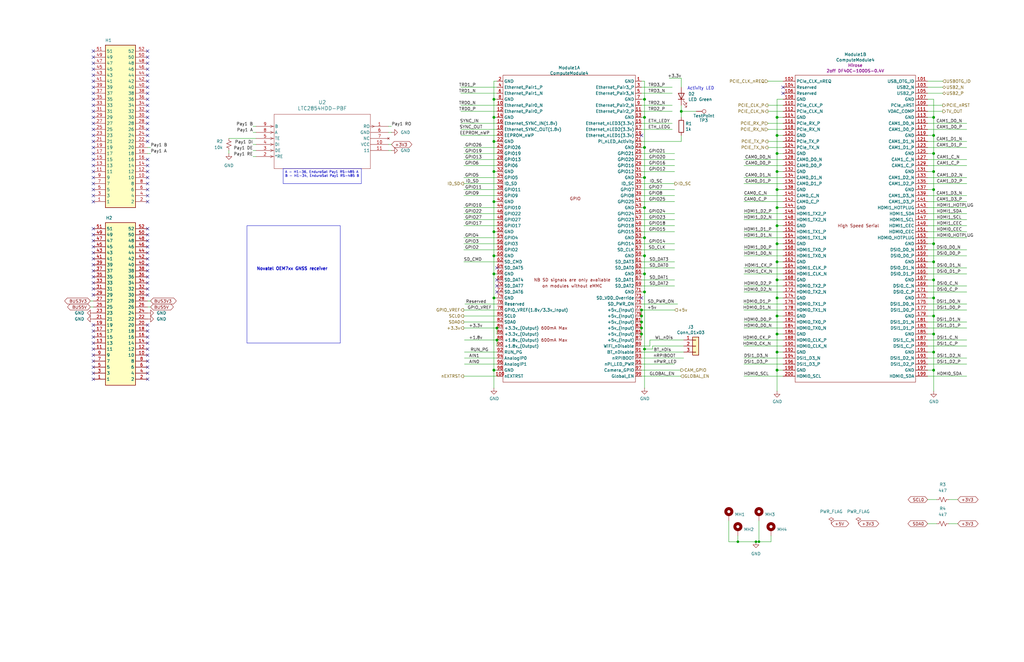
<source format=kicad_sch>
(kicad_sch (version 20250114) (generator "eeschema") (generator_version "9.0")
  (paper "USLedger")
  (title_block (title "HEDGE2 Avionics") (date "2025-06-27") (rev "V0.8") (company "University of Virginia") (comment 1 "Department of Mechanical and Aerospace Engineering"))
  (rectangle (start 104.14 95.25) (end 143.51 144.78))
  (text "Novatel OEM7xx GNSS receiver" (at 123.19 113.538 0) (effects (font (size 1.27 1.27) (thickness 0.254) (bold yes))))
  (text "Activity LED" (at 289.814 38.1 0) (effects (font (size 1.27 1.27)) (justify left bottom)))
  (text_box "A - H1-36, EnduroSat Pay1 RS-485 A\nB - H1-34, EnduroSat Pay1 RS-485 B" (at 119.38 71.12 0) (size 33.02 6.35) (margins 0.762 0.762 0.762 0.762) (effects (font (size 1.016 1.016)) (justify left top)))
  (junction (at 209.55 138.43) (diameter 1.016))
  (junction (at 393.7 140.97) (diameter 1.016))
  (junction (at 393.7 148.59) (diameter 1.016))
  (junction (at 270.51 138.43) (diameter 1.016))
  (junction (at 327.66 118.11) (diameter 1.016))
  (junction (at 271.78 123.19) (diameter 1.016))
  (junction (at 271.78 49.53) (diameter 1.016))
  (junction (at 320.04 228.6))
  (junction (at 393.7 102.87) (diameter 1.016))
  (junction (at 271.78 87.63) (diameter 1.016))
  (junction (at 327.66 148.59) (diameter 1.016))
  (junction (at 327.66 125.73) (diameter 1.016))
  (junction (at 208.28 115.57) (diameter 1.016))
  (junction (at 393.7 64.77) (diameter 1.016))
  (junction (at 271.78 41.91) (diameter 1.016))
  (junction (at 208.28 107.95) (diameter 1.016))
  (junction (at 393.7 80.01) (diameter 1.016))
  (junction (at 327.66 57.15) (diameter 1.016))
  (junction (at 327.66 64.77) (diameter 1.016))
  (junction (at 393.7 118.11) (diameter 1.016))
  (junction (at 209.55 143.51) (diameter 1.016))
  (junction (at 270.51 133.35) (diameter 1.016))
  (junction (at 271.78 62.23) (diameter 1.016))
  (junction (at 327.66 72.39) (diameter 1.016))
  (junction (at 271.78 147.32) (diameter 1.016))
  (junction (at 327.66 133.35) (diameter 1.016))
  (junction (at 208.28 85.09) (diameter 1.016))
  (junction (at 311.15 228.6))
  (junction (at 270.51 140.97) (diameter 1.016))
  (junction (at 208.28 97.79) (diameter 1.016))
  (junction (at 393.7 110.49) (diameter 1.016))
  (junction (at 271.78 74.93) (diameter 1.016))
  (junction (at 287.274 46.99) (diameter 1.016))
  (junction (at 327.66 156.21) (diameter 1.016))
  (junction (at 393.7 156.21) (diameter 1.016))
  (junction (at 327.66 49.53) (diameter 1.016))
  (junction (at 327.66 95.25) (diameter 1.016))
  (junction (at 208.28 49.53) (diameter 1.016))
  (junction (at 318.77 228.6))
  (junction (at 393.7 72.39) (diameter 1.016))
  (junction (at 208.28 41.91) (diameter 1.016))
  (junction (at 270.51 130.81) (diameter 1.016))
  (junction (at 327.66 80.01) (diameter 1.016))
  (junction (at 393.7 133.35) (diameter 1.016))
  (junction (at 327.66 140.97) (diameter 1.016))
  (junction (at 208.28 72.39) (diameter 1.016))
  (junction (at 393.7 49.53) (diameter 1.016))
  (junction (at 393.7 57.15) (diameter 1.016))
  (junction (at 393.7 125.73) (diameter 1.016))
  (junction (at 327.66 110.49) (diameter 1.016))
  (junction (at 327.66 102.87) (diameter 1.016))
  (junction (at 208.28 156.21) (diameter 1.016))
  (junction (at 327.66 87.63) (diameter 1.016))
  (junction (at 271.78 107.95) (diameter 1.016))
  (junction (at 271.78 115.57) (diameter 1.016))
  (junction (at 271.78 100.33) (diameter 1.016))
  (junction (at 208.28 125.73) (diameter 1.016))
  (junction (at 270.51 135.89) (diameter 1.016))
  (junction (at 208.28 59.69) (diameter 1.016))
  (no_connect (at 62.23 72.39))
  (no_connect (at 39.37 149.86))
  (no_connect (at 62.23 80.01))
  (no_connect (at 62.23 154.94))
  (no_connect (at 62.23 67.31))
  (no_connect (at 39.37 144.78))
  (no_connect (at 39.37 62.23))
  (no_connect (at 39.37 26.67))
  (no_connect (at 270.51 125.73))
  (no_connect (at 39.37 109.22))
  (no_connect (at 62.23 46.99))
  (no_connect (at 39.37 49.53))
  (no_connect (at 39.37 64.77))
  (no_connect (at 39.37 77.47))
  (no_connect (at 62.23 96.52))
  (no_connect (at 39.37 80.01))
  (no_connect (at 62.23 77.47))
  (no_connect (at 39.37 104.14))
  (no_connect (at 62.23 111.76))
  (no_connect (at 62.23 31.75))
  (no_connect (at 62.23 142.24))
  (no_connect (at 39.37 137.16))
  (no_connect (at 39.37 114.3))
  (no_connect (at 39.37 46.99))
  (no_connect (at 62.23 29.21))
  (no_connect (at 62.23 119.38))
  (no_connect (at 270.51 57.15))
  (no_connect (at 39.37 147.32))
  (no_connect (at 39.37 39.37))
  (no_connect (at 39.37 96.52))
  (no_connect (at 62.23 147.32))
  (no_connect (at 39.37 44.45))
  (no_connect (at 39.37 69.85))
  (no_connect (at 62.23 139.7))
  (no_connect (at 209.55 118.11))
  (no_connect (at 62.23 82.55))
  (no_connect (at 39.37 101.6))
  (no_connect (at 330.2 39.37))
  (no_connect (at 62.23 41.91))
  (no_connect (at 39.37 85.09))
  (no_connect (at 62.23 160.02))
  (no_connect (at 209.55 123.19))
  (no_connect (at 39.37 160.02))
  (no_connect (at 39.37 29.21))
  (no_connect (at 62.23 152.4))
  (no_connect (at 39.37 154.94))
  (no_connect (at 39.37 52.07))
  (no_connect (at 39.37 54.61))
  (no_connect (at 39.37 67.31))
  (no_connect (at 39.37 139.7))
  (no_connect (at 62.23 39.37))
  (no_connect (at 62.23 114.3))
  (no_connect (at 39.37 157.48))
  (no_connect (at 62.23 116.84))
  (no_connect (at 62.23 26.67))
  (no_connect (at 39.37 82.55))
  (no_connect (at 62.23 59.69))
  (no_connect (at 62.23 124.46))
  (no_connect (at 39.37 72.39))
  (no_connect (at 62.23 34.29))
  (no_connect (at 39.37 111.76))
  (no_connect (at 62.23 101.6))
  (no_connect (at 62.23 157.48))
  (no_connect (at 62.23 144.78))
  (no_connect (at 330.2 36.83))
  (no_connect (at 62.23 57.15))
  (no_connect (at 39.37 119.38))
  (no_connect (at 62.23 121.92))
  (no_connect (at 39.37 152.4))
  (no_connect (at 62.23 149.86))
  (no_connect (at 62.23 104.14))
  (no_connect (at 62.23 49.53))
  (no_connect (at 39.37 116.84))
  (no_connect (at 209.55 120.65))
  (no_connect (at 62.23 21.59))
  (no_connect (at 39.37 24.13))
  (no_connect (at 62.23 54.61))
  (no_connect (at 62.23 24.13))
  (no_connect (at 39.37 59.69))
  (no_connect (at 39.37 31.75))
  (no_connect (at 62.23 109.22))
  (no_connect (at 39.37 57.15))
  (no_connect (at 62.23 74.93))
  (no_connect (at 39.37 121.92))
  (no_connect (at 62.23 44.45))
  (no_connect (at 62.23 69.85))
  (no_connect (at 62.23 137.16))
  (no_connect (at 39.37 21.59))
  (no_connect (at 209.55 113.03))
  (no_connect (at 39.37 34.29))
  (no_connect (at 39.37 142.24))
  (no_connect (at 39.37 124.46))
  (no_connect (at 62.23 99.06))
  (no_connect (at 62.23 85.09))
  (no_connect (at 62.23 36.83))
  (no_connect (at 62.23 52.07))
  (no_connect (at 39.37 99.06))
  (no_connect (at 39.37 36.83))
  (no_connect (at 62.23 106.68))
  (no_connect (at 39.37 41.91))
  (no_connect (at 39.37 74.93))
  (no_connect (at 39.37 106.68))
  (wire (pts (xy 270.51 74.93) (xy 271.78 74.93)))
  (wire (pts (xy 313.69 100.33) (xy 330.2 100.33)))
  (wire (pts (xy 195.58 67.31) (xy 209.55 67.31)))
  (wire (pts (xy 330.2 130.81) (xy 313.69 130.81)))
  (wire (pts (xy 208.28 59.69) (xy 209.55 59.69)))
  (wire (pts (xy 195.834 148.59) (xy 209.55 148.59)))
  (wire (pts (xy 313.69 90.17) (xy 330.2 90.17)))
  (wire (pts (xy 327.66 156.21) (xy 327.66 165.1)))
  (wire (pts (xy 400.05 220.98) (xy 403.86 220.98)))
  (wire (pts (xy 407.67 59.69) (xy 391.16 59.69)))
  (wire (pts (xy 323.85 44.45) (xy 330.2 44.45)))
  (wire (pts (xy 330.2 156.21) (xy 327.66 156.21)))
  (wire (pts (xy 391.16 92.71) (xy 407.67 92.71)))
  (wire (pts (xy 194.31 46.99) (xy 209.55 46.99)))
  (wire (pts (xy 208.28 107.95) (xy 208.28 115.57)))
  (wire (pts (xy 313.69 120.65) (xy 330.2 120.65)))
  (wire (pts (xy 271.78 87.63) (xy 271.78 100.33)))
  (wire (pts (xy 327.66 118.11) (xy 330.2 118.11)))
  (wire (pts (xy 270.51 140.97) (xy 270.51 143.51)))
  (wire (pts (xy 391.16 113.03) (xy 407.67 113.03)))
  (wire (pts (xy 208.28 85.09) (xy 208.28 97.79)))
  (wire (pts (xy 208.28 34.29) (xy 208.28 41.91)))
  (wire (pts (xy 407.67 85.09) (xy 391.16 85.09)))
  (wire (pts (xy 271.78 62.23) (xy 271.78 74.93)))
  (wire (pts (xy 391.16 46.99) (xy 397.51 46.99)))
  (wire (pts (xy 307.34 219.71) (xy 307.34 228.6)))
  (wire (pts (xy 270.51 72.39) (xy 284.48 72.39)))
  (wire (pts (xy 391.16 36.83) (xy 397.51 36.83)))
  (wire (pts (xy 313.69 82.55) (xy 330.2 82.55)))
  (wire (pts (xy 270.51 36.83) (xy 283.464 36.83)))
  (wire (pts (xy 209.55 49.53) (xy 208.28 49.53)))
  (wire (pts (xy 209.55 41.91) (xy 208.28 41.91)))
  (wire (pts (xy 313.69 105.41) (xy 330.2 105.41)))
  (wire (pts (xy 391.16 49.53) (xy 393.7 49.53)))
  (wire (pts (xy 327.66 87.63) (xy 330.2 87.63)))
  (wire (pts (xy 327.66 140.97) (xy 330.2 140.97)))
  (wire (pts (xy 391.16 102.87) (xy 393.7 102.87)))
  (wire (pts (xy 270.51 123.19) (xy 271.78 123.19)))
  (wire (pts (xy 391.16 115.57) (xy 407.67 115.57)))
  (wire (pts (xy 209.55 143.51) (xy 209.804 143.51)))
  (wire (pts (xy 209.55 146.05) (xy 209.55 143.51)))
  (wire (pts (xy 287.274 49.53) (xy 287.274 46.99)))
  (wire (pts (xy 209.55 140.97) (xy 209.55 138.43)))
  (wire (pts (xy 208.28 115.57) (xy 208.28 125.73)))
  (wire (pts (xy 62.23 64.77) (xy 63.5 64.77)))
  (wire (pts (xy 293.624 46.99) (xy 287.274 46.99)))
  (wire (pts (xy 195.58 102.87) (xy 209.55 102.87)))
  (wire (pts (xy 270.51 59.69) (xy 287.274 59.69)))
  (wire (pts (xy 208.28 41.91) (xy 208.28 49.53)))
  (wire (pts (xy 327.66 133.35) (xy 327.66 140.97)))
  (wire (pts (xy 393.7 41.91) (xy 391.16 41.91)))
  (wire (pts (xy 327.66 49.53) (xy 330.2 49.53)))
  (wire (pts (xy 313.69 135.89) (xy 330.2 135.89)))
  (wire (pts (xy 393.7 118.11) (xy 393.7 125.73)))
  (wire (pts (xy 330.2 74.93) (xy 313.69 74.93)))
  (wire (pts (xy 393.7 49.53) (xy 393.7 41.91)))
  (wire (pts (xy 393.7 102.87) (xy 393.7 110.49)))
  (wire (pts (xy 391.16 158.75) (xy 407.67 158.75)))
  (wire (pts (xy 407.67 82.55) (xy 391.16 82.55)))
  (wire (pts (xy 208.28 107.95) (xy 209.55 107.95)))
  (wire (pts (xy 195.58 138.43) (xy 209.55 138.43)))
  (wire (pts (xy 391.16 77.47) (xy 407.67 77.47)))
  (wire (pts (xy 195.58 64.77) (xy 209.55 64.77)))
  (wire (pts (xy 391.16 74.93) (xy 407.67 74.93)))
  (wire (pts (xy 208.28 72.39) (xy 209.55 72.39)))
  (wire (pts (xy 327.66 95.25) (xy 330.2 95.25)))
  (wire (pts (xy 163.83 63.5) (xy 165.1 63.5)))
  (wire (pts (xy 271.78 147.32) (xy 275.1582 147.32)))
  (wire (pts (xy 320.04 228.6) (xy 318.77 228.6)))
  (wire (pts (xy 270.51 92.71) (xy 284.48 92.71)))
  (wire (pts (xy 313.69 138.43) (xy 330.2 138.43)))
  (wire (pts (xy 106.68 63.5) (xy 107.95 63.5)))
  (wire (pts (xy 163.83 60.96) (xy 165.1 60.96)))
  (wire (pts (xy 270.51 156.21) (xy 287.02 156.21)))
  (wire (pts (xy 195.58 133.35) (xy 209.55 133.35)))
  (wire (pts (xy 391.16 133.35) (xy 393.7 133.35)))
  (wire (pts (xy 208.28 125.73) (xy 209.55 125.73)))
  (wire (pts (xy 270.51 146.05) (xy 274.066 146.05)))
  (wire (pts (xy 391.16 90.17) (xy 407.67 90.17)))
  (wire (pts (xy 271.78 100.33) (xy 271.78 107.95)))
  (wire (pts (xy 284.48 118.11) (xy 270.51 118.11)))
  (wire (pts (xy 391.16 153.67) (xy 407.67 153.67)))
  (wire (pts (xy 271.78 74.93) (xy 271.78 87.63)))
  (wire (pts (xy 270.51 39.37) (xy 283.464 39.37)))
  (wire (pts (xy 208.28 115.57) (xy 209.55 115.57)))
  (wire (pts (xy 284.48 105.41) (xy 270.51 105.41)))
  (wire (pts (xy 330.2 128.27) (xy 313.69 128.27)))
  (wire (pts (xy 287.274 36.83) (xy 287.274 33.02)))
  (wire (pts (xy 327.66 64.77) (xy 327.66 72.39)))
  (wire (pts (xy 313.69 92.71) (xy 330.2 92.71)))
  (wire (pts (xy 195.58 105.41) (xy 209.55 105.41)))
  (wire (pts (xy 393.7 110.49) (xy 393.7 118.11)))
  (wire (pts (xy 270.51 67.31) (xy 284.48 67.31)))
  (wire (pts (xy 393.7 148.59) (xy 393.7 156.21)))
  (wire (pts (xy 96.52 63.5) (xy 96.52 64.77)))
  (wire (pts (xy 271.78 41.91) (xy 271.78 49.53)))
  (wire (pts (xy 330.2 146.05) (xy 313.69 146.05)))
  (wire (pts (xy 307.34 228.6) (xy 311.15 228.6)))
  (wire (pts (xy 407.67 52.07) (xy 391.16 52.07)))
  (wire (pts (xy 195.58 74.93) (xy 209.55 74.93)))
  (wire (pts (xy 195.58 95.25) (xy 209.55 95.25)))
  (wire (pts (xy 270.51 46.99) (xy 283.464 46.99)))
  (wire (pts (xy 163.83 53.34) (xy 165.1 53.34)))
  (wire (pts (xy 195.834 153.67) (xy 209.55 153.67)))
  (wire (pts (xy 313.69 151.13) (xy 330.2 151.13)))
  (wire (pts (xy 393.7 80.01) (xy 393.7 102.87)))
  (wire (pts (xy 313.69 153.67) (xy 330.2 153.67)))
  (wire (pts (xy 391.16 57.15) (xy 393.7 57.15)))
  (wire (pts (xy 195.834 151.13) (xy 209.55 151.13)))
  (wire (pts (xy 208.28 59.69) (xy 208.28 72.39)))
  (wire (pts (xy 270.51 34.29) (xy 271.78 34.29)))
  (wire (pts (xy 407.67 105.41) (xy 391.16 105.41)))
  (wire (pts (xy 270.51 49.53) (xy 271.78 49.53)))
  (wire (pts (xy 62.23 127) (xy 63.5 127)))
  (wire (pts (xy 391.16 80.01) (xy 393.7 80.01)))
  (wire (pts (xy 106.68 53.34) (xy 107.95 53.34)))
  (wire (pts (xy 327.66 148.59) (xy 327.66 156.21)))
  (wire (pts (xy 270.51 151.13) (xy 288.29 151.13)))
  (wire (pts (xy 208.28 125.73) (xy 208.28 156.21)))
  (wire (pts (xy 327.66 41.91) (xy 327.66 49.53)))
  (wire (pts (xy 270.51 115.57) (xy 271.78 115.57)))
  (wire (pts (xy 270.51 64.77) (xy 284.48 64.77)))
  (wire (pts (xy 195.58 82.55) (xy 209.55 82.55)))
  (wire (pts (xy 327.66 95.25) (xy 327.66 102.87)))
  (wire (pts (xy 391.16 125.73) (xy 393.7 125.73)))
  (wire (pts (xy 195.58 130.81) (xy 209.55 130.81)))
  (wire (pts (xy 313.69 97.79) (xy 330.2 97.79)))
  (wire (pts (xy 208.28 97.79) (xy 208.28 107.95)))
  (wire (pts (xy 270.51 133.35) (xy 270.51 135.89)))
  (wire (pts (xy 195.58 77.47) (xy 209.55 77.47)))
  (wire (pts (xy 407.67 138.43) (xy 391.16 138.43)))
  (wire (pts (xy 391.16 118.11) (xy 393.7 118.11)))
  (wire (pts (xy 407.67 135.89) (xy 391.16 135.89)))
  (wire (pts (xy 330.2 115.57) (xy 313.69 115.57)))
  (wire (pts (xy 393.7 133.35) (xy 393.7 140.97)))
  (wire (pts (xy 391.16 210.82) (xy 394.97 210.82)))
  (wire (pts (xy 391.16 87.63) (xy 407.67 87.63)))
  (wire (pts (xy 391.16 123.19) (xy 407.67 123.19)))
  (wire (pts (xy 327.66 133.35) (xy 330.2 133.35)))
  (wire (pts (xy 270.51 128.27) (xy 285.75 128.27)))
  (wire (pts (xy 194.31 36.83) (xy 209.55 36.83)))
  (wire (pts (xy 270.51 62.23) (xy 271.78 62.23)))
  (wire (pts (xy 391.16 156.21) (xy 393.7 156.21)))
  (wire (pts (xy 391.16 72.39) (xy 393.7 72.39)))
  (wire (pts (xy 270.51 120.65) (xy 284.48 120.65)))
  (wire (pts (xy 327.66 125.73) (xy 330.2 125.73)))
  (wire (pts (xy 195.58 69.85) (xy 209.55 69.85)))
  (wire (pts (xy 313.69 123.19) (xy 330.2 123.19)))
  (wire (pts (xy 393.7 156.21) (xy 393.7 165.1)))
  (wire (pts (xy 327.66 118.11) (xy 327.66 125.73)))
  (wire (pts (xy 327.66 125.73) (xy 327.66 133.35)))
  (wire (pts (xy 323.85 46.99) (xy 330.2 46.99)))
  (wire (pts (xy 270.51 153.67) (xy 284.48 153.67)))
  (wire (pts (xy 391.16 97.79) (xy 407.67 97.79)))
  (wire (pts (xy 393.7 72.39) (xy 393.7 64.77)))
  (wire (pts (xy 271.78 49.53) (xy 271.78 62.23)))
  (wire (pts (xy 287.274 46.99) (xy 287.274 44.45)))
  (wire (pts (xy 330.2 148.59) (xy 327.66 148.59)))
  (wire (pts (xy 407.67 128.27) (xy 391.16 128.27)))
  (wire (pts (xy 270.51 44.45) (xy 283.464 44.45)))
  (wire (pts (xy 96.52 58.42) (xy 107.95 58.42)))
  (wire (pts (xy 274.066 143.51) (xy 288.29 143.51)))
  (wire (pts (xy 327.66 110.49) (xy 330.2 110.49)))
  (wire (pts (xy 391.16 220.98) (xy 394.97 220.98)))
  (wire (pts (xy 274.066 146.05) (xy 274.066 143.51)))
  (wire (pts (xy 270.51 102.87) (xy 284.48 102.87)))
  (wire (pts (xy 327.66 49.53) (xy 327.66 57.15)))
  (wire (pts (xy 195.58 62.23) (xy 209.55 62.23)))
  (wire (pts (xy 275.1582 147.32) (xy 275.1582 146.05)))
  (wire (pts (xy 391.16 146.05) (xy 407.67 146.05)))
  (wire (pts (xy 62.23 62.23) (xy 63.5 62.23)))
  (wire (pts (xy 327.66 102.87) (xy 327.66 110.49)))
  (wire (pts (xy 194.31 54.61) (xy 209.55 54.61)))
  (wire (pts (xy 407.67 107.95) (xy 391.16 107.95)))
  (wire (pts (xy 393.7 80.01) (xy 393.7 72.39)))
  (wire (pts (xy 208.28 156.21) (xy 208.28 163.83)))
  (wire (pts (xy 330.2 41.91) (xy 327.66 41.91)))
  (wire (pts (xy 106.68 66.04) (xy 107.95 66.04)))
  (wire (pts (xy 163.83 55.88) (xy 165.1 55.88)))
  (wire (pts (xy 327.66 72.39) (xy 330.2 72.39)))
  (wire (pts (xy 391.16 64.77) (xy 393.7 64.77)))
  (wire (pts (xy 323.85 34.29) (xy 330.2 34.29)))
  (wire (pts (xy 327.66 57.15) (xy 330.2 57.15)))
  (wire (pts (xy 270.51 107.95) (xy 271.78 107.95)))
  (wire (pts (xy 196.0372 128.27) (xy 209.55 128.27)))
  (wire (pts (xy 270.51 69.85) (xy 284.48 69.85)))
  (wire (pts (xy 275.1582 146.05) (xy 288.29 146.05)))
  (wire (pts (xy 327.66 57.15) (xy 327.66 64.77)))
  (wire (pts (xy 313.69 85.09) (xy 330.2 85.09)))
  (wire (pts (xy 330.2 54.61) (xy 323.85 54.61)))
  (wire (pts (xy 391.16 100.33) (xy 407.67 100.33)))
  (wire (pts (xy 195.58 135.89) (xy 209.55 135.89)))
  (wire (pts (xy 270.51 130.81) (xy 284.48 130.81)))
  (wire (pts (xy 393.7 125.73) (xy 393.7 133.35)))
  (wire (pts (xy 270.51 135.89) (xy 270.51 138.43)))
  (wire (pts (xy 270.51 41.91) (xy 271.78 41.91)))
  (wire (pts (xy 391.16 39.37) (xy 397.51 39.37)))
  (wire (pts (xy 208.28 85.09) (xy 209.55 85.09)))
  (wire (pts (xy 325.12 228.6) (xy 320.04 228.6)))
  (wire (pts (xy 270.51 85.09) (xy 284.48 85.09)))
  (wire (pts (xy 194.31 44.45) (xy 209.55 44.45)))
  (wire (pts (xy 391.16 95.25) (xy 407.67 95.25)))
  (wire (pts (xy 327.66 102.87) (xy 330.2 102.87)))
  (wire (pts (xy 270.51 77.47) (xy 284.48 77.47)))
  (wire (pts (xy 400.05 210.82) (xy 403.86 210.82)))
  (wire (pts (xy 391.16 69.85) (xy 407.67 69.85)))
  (wire (pts (xy 270.51 97.79) (xy 284.48 97.79)))
  (wire (pts (xy 270.51 80.01) (xy 284.48 80.01)))
  (wire (pts (xy 320.04 219.71) (xy 320.04 228.6)))
  (wire (pts (xy 391.16 120.65) (xy 407.67 120.65)))
  (wire (pts (xy 38.1 129.54) (xy 39.37 129.54)))
  (wire (pts (xy 195.834 143.51) (xy 209.55 143.51)))
  (wire (pts (xy 330.2 143.51) (xy 313.69 143.51)))
  (wire (pts (xy 393.7 140.97) (xy 393.7 148.59)))
  (wire (pts (xy 393.7 64.77) (xy 393.7 57.15)))
  (wire (pts (xy 391.16 151.13) (xy 407.67 151.13)))
  (wire (pts (xy 209.55 156.21) (xy 208.28 156.21)))
  (wire (pts (xy 270.51 100.33) (xy 271.78 100.33)))
  (wire (pts (xy 106.68 60.96) (xy 107.95 60.96)))
  (wire (pts (xy 327.66 80.01) (xy 330.2 80.01)))
  (wire (pts (xy 270.51 138.43) (xy 270.51 140.97)))
  (wire (pts (xy 194.31 57.15) (xy 209.55 57.15)))
  (wire (pts (xy 270.51 87.63) (xy 271.78 87.63)))
  (wire (pts (xy 407.67 54.61) (xy 391.16 54.61)))
  (wire (pts (xy 391.16 143.51) (xy 407.67 143.51)))
  (wire (pts (xy 270.51 90.17) (xy 284.48 90.17)))
  (wire (pts (xy 208.28 49.53) (xy 208.28 59.69)))
  (wire (pts (xy 194.31 52.07) (xy 209.55 52.07)))
  (wire (pts (xy 327.66 87.63) (xy 327.66 95.25)))
  (wire (pts (xy 195.58 87.63) (xy 209.55 87.63)))
  (wire (pts (xy 313.69 158.75) (xy 330.2 158.75)))
  (wire (pts (xy 271.78 34.29) (xy 271.78 41.91)))
  (wire (pts (xy 282.194 33.02) (xy 287.274 33.02)))
  (wire (pts (xy 270.51 95.25) (xy 284.48 95.25)))
  (wire (pts (xy 311.15 228.6) (xy 318.77 228.6)))
  (wire (pts (xy 391.16 140.97) (xy 393.7 140.97)))
  (wire (pts (xy 330.2 69.85) (xy 313.69 69.85)))
  (wire (pts (xy 270.51 158.75) (xy 287.02 158.75)))
  (wire (pts (xy 330.2 67.31) (xy 313.69 67.31)))
  (wire (pts (xy 270.51 52.07) (xy 283.464 52.07)))
  (wire (pts (xy 270.51 113.03) (xy 284.48 113.03)))
  (wire (pts (xy 284.48 110.49) (xy 270.51 110.49)))
  (wire (pts (xy 195.58 90.17) (xy 209.55 90.17)))
  (wire (pts (xy 327.66 64.77) (xy 330.2 64.77)))
  (wire (pts (xy 330.2 77.47) (xy 313.69 77.47)))
  (wire (pts (xy 330.2 113.03) (xy 313.69 113.03)))
  (wire (pts (xy 311.15 226.06) (xy 311.15 228.6)))
  (wire (pts (xy 271.78 123.19) (xy 271.78 147.32)))
  (wire (pts (xy 62.23 129.54) (xy 63.5 129.54)))
  (wire (pts (xy 397.51 34.29) (xy 391.16 34.29)))
  (wire (pts (xy 391.16 110.49) (xy 393.7 110.49)))
  (wire (pts (xy 287.274 59.69) (xy 287.274 57.15)))
  (wire (pts (xy 271.78 115.57) (xy 271.78 123.19)))
  (wire (pts (xy 270.51 82.55) (xy 284.48 82.55)))
  (wire (pts (xy 195.58 100.33) (xy 209.55 100.33)))
  (wire (pts (xy 195.58 80.01) (xy 209.55 80.01)))
  (wire (pts (xy 323.85 62.23) (xy 330.2 62.23)))
  (wire (pts (xy 323.85 59.69) (xy 330.2 59.69)))
  (wire (pts (xy 195.58 158.75) (xy 209.55 158.75)))
  (wire (pts (xy 195.58 92.71) (xy 209.55 92.71)))
  (wire (pts (xy 271.78 147.32) (xy 271.78 163.83)))
  (wire (pts (xy 327.66 110.49) (xy 327.66 118.11)))
  (wire (pts (xy 325.12 226.06) (xy 325.12 228.6)))
  (wire (pts (xy 195.58 110.49) (xy 209.55 110.49)))
  (wire (pts (xy 327.66 72.39) (xy 327.66 80.01)))
  (wire (pts (xy 270.51 148.59) (xy 288.29 148.59)))
  (wire (pts (xy 38.1 127) (xy 39.37 127)))
  (wire (pts (xy 407.67 130.81) (xy 391.16 130.81)))
  (wire (pts (xy 270.51 54.61) (xy 283.464 54.61)))
  (wire (pts (xy 391.16 67.31) (xy 407.67 67.31)))
  (wire (pts (xy 327.66 80.01) (xy 327.66 87.63)))
  (wire (pts (xy 407.67 62.23) (xy 391.16 62.23)))
  (wire (pts (xy 209.55 34.29) (xy 208.28 34.29)))
  (wire (pts (xy 271.78 107.95) (xy 271.78 115.57)))
  (wire (pts (xy 391.16 44.45) (xy 397.51 44.45)))
  (wire (pts (xy 391.16 148.59) (xy 393.7 148.59)))
  (wire (pts (xy 327.66 140.97) (xy 327.66 148.59)))
  (wire (pts (xy 393.7 57.15) (xy 393.7 49.53)))
  (wire (pts (xy 208.28 72.39) (xy 208.28 85.09)))
  (wire (pts (xy 106.68 55.88) (xy 107.95 55.88)))
  (wire (pts (xy 270.51 130.81) (xy 270.51 133.35)))
  (wire (pts (xy 208.28 97.79) (xy 209.55 97.79)))
  (wire (pts (xy 194.31 39.37) (xy 209.55 39.37)))
  (wire (pts (xy 330.2 52.07) (xy 323.85 52.07)))
  (wire (pts (xy 313.69 107.95) (xy 330.2 107.95)))
  (label "AIN0" (at 202.184 153.67 180))
  (label "GPIO23" (at 280.67 92.71 180))
  (label "GPIO14" (at 280.67 102.87 180))
  (label "CAM1_D2_P" (at 394.97 77.47 0))
  (label "EEPROM_nWP" (at 206.502 57.15 180))
  (label "GPIO10" (at 203.2 87.63 180))
  (label "DSI0_D1_P" (at 394.97 115.57 0))
  (label "HDMI1_SCL" (at 394.97 92.71 0))
  (label "nRPIBOOT" (at 284.9372 151.13 180))
  (label "GPIO2" (at 201.93 105.41 180))
  (label "HDMI0_D0_P" (at 313.69 135.89 0))
  (label "GPIO8" (at 279.4 82.55 180))
  (label "DSI1_D0_N" (at 405.13 128.27 180))
  (label "Pay1 A" (at 63.5 64.77 0))
  (label "HDMI1_CEC" (at 394.97 95.25 0))
  (label "SYNC_OUT" (at 203.454 54.61 180))
  (label "CAM0_D1_N" (at 325.12 74.93 180))
  (label "HDMI1_D2_N" (at 313.69 92.71 0))
  (label "SD_DAT0" (at 281.94 113.03 180))
  (label "DSI1_D2_P" (at 394.97 153.67 0))
  (label "Pay1 RE" (at 106.68 66.04 180))
  (label "GPIO3" (at 201.93 102.87 180))
  (label "DSI0_C_P" (at 394.97 123.19 0))
  (label "GPIO5" (at 201.93 74.93 180))
  (label "+3.3v" (at 287.274 33.02 180))
  (label "DSI0_D1_N" (at 394.97 113.03 0))
  (label "TRD1_P" (at 200.66 36.83 180))
  (label "TRD0_N" (at 200.66 44.45 180))
  (label "CAM1_C_P" (at 394.97 69.85 0))
  (label "TRD2_P" (at 273.304 46.99 0))
  (label "BT_nDis" (at 283.0576 148.59 180))
  (label "Reserved" (at 205.105 128.27 180))
  (label "HDMI0_D1_N" (at 325.12 130.81 180))
  (label "HDMI0_CK_N" (at 325.12 146.05 180))
  (label "GPIO4" (at 201.93 100.33 180))
  (label "GPIO13" (at 203.2 67.31 180))
  (label "GPIO15" (at 280.67 97.79 180))
  (label "ETH_LEDY" (at 273.304 52.07 0))
  (label "Pay1 DE" (at 106.68 63.5 180))
  (label "DSI1_D1_P" (at 405.13 138.43 180))
  (label "GPIO16" (at 280.67 69.85 180))
  (label "GPIO17" (at 203.2 95.25 180))
  (label "CAM0_C_P" (at 313.69 85.09 0))
  (label "HDMI1_D0_P" (at 313.69 105.41 0))
  (label "ID_SD" (at 201.93 77.47 180))
  (label "Pay1 B" (at 63.5 62.23 0))
  (label "GPIO9" (at 201.93 82.55 180))
  (label "HDMI0_HOTPLUG" (at 394.97 100.33 0))
  (label "DSI0_D0_N" (at 405.13 105.41 180))
  (label "TRD0_P" (at 200.66 46.99 180))
  (label "GPIO22" (at 203.2 90.17 180))
  (label "SD_CMD" (at 203.2 110.49 180))
  (label "HDMI0_D2_N" (at 313.69 123.19 0))
  (label "ETH_LEDG" (at 273.304 54.61 0))
  (label "HDMI0_D0_N" (at 313.69 138.43 0))
  (label "SD_DAT3" (at 281.94 110.49 180))
  (label "HDMI0_SDA" (at 394.97 158.75 0))
  (label "DSI1_C_N" (at 394.97 143.51 0))
  (label "CAM1_D1_N" (at 405.765 59.69 180))
  (label "CAM1_D1_P" (at 405.765 62.23 180))
  (label "HDMI1_CK_P" (at 325.755 113.03 180))
  (label "+1.8v" (at 203.454 143.51 180))
  (label "HDMI1_D0_N" (at 313.69 107.95 0))
  (label "+3.3v" (at 203.454 138.43 180))
  (label "HDMI1_HOTPLUG" (at 394.97 87.63 0))
  (label "HDMI1_D2_P" (at 313.69 90.17 0))
  (label "DSI1_C_P" (at 394.97 146.05 0))
  (label "TRD2_N" (at 273.304 44.45 0))
  (label "RUN_PG" (at 205.994 148.59 180))
  (label "HDMI0_CEC" (at 394.97 97.79 0))
  (label "HDMI1_CK_N" (at 325.755 115.57 180))
  (label "nPWR_LED" (at 275.59 153.67 0))
  (label "GPIO18" (at 280.67 95.25 180))
  (label "SD_CLK" (at 280.67 105.41 180))
  (label "DSI0_C_N" (at 394.97 120.65 0))
  (label "Pay1 B" (at 106.68 53.34 180))
  (label "DSI1_D0_P" (at 405.13 130.81 180))
  (label "CAM1_D3_P" (at 405.765 85.09 180))
  (label "ID_SC" (at 279.4 77.47 180))
  (label "AIN1" (at 202.184 151.13 180))
  (label "DSI1_D1_N" (at 405.13 135.89 180))
  (label "DSI1_D3_N" (at 313.69 151.13 0))
  (label "Pay1 DI" (at 106.68 60.96 180))
  (label "GPIO11" (at 203.2 80.01 180))
  (label "DSI1_D2_N" (at 394.97 151.13 0))
  (label "SYNC_IN" (at 201.93 52.07 180))
  (label "CAM1_D2_N" (at 394.97 74.93 0))
  (label "GPIO20" (at 280.67 67.31 180))
  (label "HDMI1_D1_P" (at 313.69 97.79 0))
  (label "GPIO19" (at 203.2 64.77 180))
  (label "CAM1_D0_N" (at 405.765 52.07 180))
  (label "CAM0_D1_P" (at 325.12 77.47 180))
  (label "SD_DAT2" (at 281.94 120.65 180))
  (label "CAM0_D0_P" (at 325.12 69.85 180))
  (label "TRD3_P" (at 273.304 36.83 0))
  (label "CAM1_D3_N" (at 405.765 82.55 180))
  (label "GPIO27" (at 203.2 92.71 180))
  (label "CAM0_D0_N" (at 325.12 67.31 180))
  (label "GPIO25" (at 280.67 85.09 180))
  (label "HDMI0_SCL" (at 313.69 158.75 0))
  (label "HDMI0_D1_P" (at 325.12 128.27 180))
  (label "DSI0_D0_P" (at 405.13 107.95 180))
  (label "Pay1 A" (at 106.68 55.88 180))
  (label "CAM1_C_N" (at 394.97 67.31 0))
  (label "GPIO6" (at 201.93 69.85 180))
  (label "CAM1_D0_P" (at 405.765 54.61 180))
  (label "GLOBAL_EN" (at 284.48 158.75 180))
  (label "HDMI1_D1_N" (at 313.69 100.33 0))
  (label "GPIO7" (at 279.4 80.01 180))
  (label "Pay1 RO" (at 165.1 53.34 0))
  (label "TRD3_N" (at 273.304 39.37 0))
  (label "TRD1_N" (at 200.66 39.37 180))
  (label "GPIO24" (at 280.67 90.17 180))
  (label "DSI1_D3_P" (at 313.69 153.67 0))
  (label "GPIO_VREF" (at 197.104 130.81 0))
  (label "HDMI1_SDA" (at 394.97 90.17 0))
  (label "SD_PWR_ON" (at 273.05 128.27 0))
  (label "WL_nDis" (at 283.845 143.51 180))
  (label "CAM0_C_N" (at 313.69 82.55 0))
  (label "HDMI0_CK_P" (at 325.12 143.51 180))
  (label "GPIO12" (at 280.67 72.39 180))
  (label "HDMI0_D2_P" (at 313.69 120.65 0))
  (label "GPIO21" (at 280.67 64.77 180))
  (label "GPIO26" (at 203.2 62.23 180))
  (label "+5v" (at 276.86 130.81 180))
  (label "SD_DAT1" (at 281.94 118.11 180))
  (global_label "+3V3" (shape bidirectional) (at 403.86 220.98 0) (property "Intersheetrefs" "${INTERSHEET_REFS}" (effects (hide yes))))
  (global_label "BUS5V" (shape bidirectional) (at 38.1 129.54 180) (property "Intersheetrefs" "${INTERSHEET_REFS}" (effects (hide yes))))
  (global_label "BUS5V" (shape bidirectional) (at 63.5 129.54 0) (property "Intersheetrefs" "${INTERSHEET_REFS}" (effects (hide yes))))
  (global_label "SCL0" (shape bidirectional) (at 391.16 210.82 180) (property "Intersheetrefs" "${INTERSHEET_REFS}" (effects (hide yes))))
  (global_label "+3V3" (shape bidirectional) (at 361.95 220.98 0) (property "Intersheetrefs" "${INTERSHEET_REFS}" (effects (hide yes))))
  (global_label "BUS3V3" (shape bidirectional) (at 38.1 127 180) (property "Intersheetrefs" "${INTERSHEET_REFS}" (effects (hide yes))))
  (global_label "SDA0" (shape bidirectional) (at 391.16 220.98 180) (property "Intersheetrefs" "${INTERSHEET_REFS}" (effects (hide yes))))
  (global_label "+3V3" (shape bidirectional) (at 165.1 60.96 0) (property "Intersheetrefs" "${INTERSHEET_REFS}" (effects (hide yes))))
  (global_label "BUS3V3" (shape bidirectional) (at 63.5 127 0) (property "Intersheetrefs" "${INTERSHEET_REFS}" (effects (hide yes))))
  (global_label "+3V3" (shape bidirectional) (at 403.86 210.82 0) (property "Intersheetrefs" "${INTERSHEET_REFS}" (effects (hide yes))))
  (global_label "+5V" (shape bidirectional) (at 350.52 220.98 0) (property "Intersheetrefs" "${INTERSHEET_REFS}" (effects (hide yes))))
  (hierarchical_label "USB2_N" (shape bidirectional) (at 397.51 36.83 0))
  (hierarchical_label "+5v" (shape input) (at 284.48 130.81 0))
  (hierarchical_label "TV_OUT" (shape output) (at 397.51 46.99 0))
  (hierarchical_label "PCIE_TX_N" (shape output) (at 323.85 62.23 180))
  (hierarchical_label "GPIO_VREF" (shape output) (at 195.58 130.81 180))
  (hierarchical_label "PCIE_CLK_P" (shape output) (at 323.85 44.45 180))
  (hierarchical_label "PCIE_RX_P" (shape input) (at 323.85 52.07 180))
  (hierarchical_label "PCIE_CLK_nREQ" (shape input) (at 323.85 34.29 180))
  (hierarchical_label "GLOBAL_EN" (shape input) (at 287.02 158.75 0))
  (hierarchical_label "PCIE_nRST" (shape output) (at 397.51 44.45 0))
  (hierarchical_label "SCL0" (shape output) (at 195.58 133.35 180))
  (hierarchical_label "PCIE_CLK_N" (shape output) (at 323.85 46.99 180))
  (hierarchical_label "PCIE_RX_N" (shape input) (at 323.85 54.61 180))
  (hierarchical_label "+3.3v" (shape output) (at 195.58 138.43 180))
  (hierarchical_label "PCIE_TX_P" (shape output) (at 323.85 59.69 180))
  (hierarchical_label "USB2_P" (shape bidirectional) (at 397.51 39.37 0))
  (hierarchical_label "USBOTG_ID" (shape input) (at 397.51 34.29 0))
  (hierarchical_label "SDA0" (shape output) (at 195.58 135.89 180))
  (hierarchical_label "nEXTRST" (shape output) (at 195.58 158.75 180))
  (hierarchical_label "CAM_GPIO" (shape output) (at 287.02 156.21 0))
  (hierarchical_label "ID_SD" (shape output) (at 195.58 77.47 180))
  (hierarchical_label "ID_SC" (shape output) (at 284.48 77.47 0))
  (symbol (lib_id "power:GND") (at 393.7 165.1 0) (unit 1)
    (property "Reference" "#PWR0130" (effects (hide yes)))
    (property "Value" "GND" (at 393.827 169.4942 0))
  )
  (symbol (lib_id "power:GND") (at 327.66 165.1 0) (unit 1)
    (property "Reference" "#PWR0131" (effects (hide yes)))
    (property "Value" "GND" (at 327.787 169.4942 0))
  )
  (symbol (lib_id "power:GND") (at 208.28 163.83 0) (unit 1)
    (property "Reference" "#PWR0104" (effects (hide yes)))
    (property "Value" "GND" (at 208.407 168.2242 0))
  )
  (symbol (lib_id "power:GND") (at 271.78 163.83 0) (unit 1)
    (property "Reference" "#PWR0105" (effects (hide yes)))
    (property "Value" "GND" (at 271.907 168.2242 0))
  )
  (symbol (lib_id "Device:LED") (at 287.274 40.64 90) (unit 1)
    (property "Reference" "D2" (at 290.2458 39.6494 90) (effects (justify right)))
    (property "Value" "LED Green" (at 290.2458 41.9608 90) (effects (justify right)))
    (property "Footprint" "LED_SMD:LED_0603_1608Metric" (effects (hide yes)))
    (property "Datasheet" "http://optoelectronics.liteon.com/upload/download/DS22-2000-226/LTST-S270KGKT.pdf" (effects (hide yes)))
    (property "Field4" "Digikey " (effects (hide yes)))
    (property "Field5" "LTST-S270KGKT" (effects (hide yes)))
    (property "Field6" "SML-A12M8TT86N" (effects (hide yes)))
    (property "Field7" "Rohm" (effects (hide yes)))
    (property "Field8" "650263301" (effects (hide yes)))
    (property "Part Description" "	Green 572nm LED Indication - Discrete 2.2V 2-SMD, No Lead" (effects (hide yes)))
  )
  (symbol (lib_id "Device:R") (at 287.274 53.34 0) (unit 1)
    (property "Reference" "R1" (at 289.052 52.1716 0) (effects (justify left)))
    (property "Value" "1k" (at 289.052 54.483 0) (effects (justify left)))
    (property "Footprint" "Resistor_SMD:R_0402_1005Metric" (effects (hide yes)))
    (property "Datasheet" "https://fscdn.rohm.com/en/products/databook/datasheet/passive/resistor/chip_resistor/mcr-e.pdf" (effects (hide yes)))
    (property "Field4" "Farnell" (effects (hide yes)))
    (property "Field5" "9239235" (effects (hide yes)))
    (property "Field7" "KOA EUROPE GMBH" (effects (hide yes)))
    (property "Field6" "RK73H1ETTP1001F" (effects (hide yes)))
    (property "Part Description" "Resistor 1K M1005 1% 63mW" (effects (hide yes)))
    (property "Field8" "125049511" (effects (hide yes)))
  )
  (symbol (lib_id "CM4IO:ComputeModule4-CM4") (at 220.98 95.25 0) (unit 2)
    (property "Reference" "Module1" (at 360.68 22.987 0))
    (property "Value" "ComputeModule4" (at 360.68 25.2984 0))
    (property "Footprint" "CM4IO:Raspberry-Pi-4-Compute-Module" (effects (hide yes)))
    (property "Field4" "Hirose" (at 360.68 27.5844 0))
    (property "Field5" "2off DF40C-100DS-0.4V" (at 360.68 29.8958 0))
    (property "Field6" "2off DF40C-100DS-0.4V" (effects (hide yes)))
    (property "Field7" "Hirose" (effects (hide yes)))
    (property "Part Description" "	100 Position Connector Receptacle, Center Strip Contacts Surface Mount Gold" (effects (hide yes)))
  )
  (symbol (lib_id "Connector_Generic:Conn_01x03") (at 293.37 146.05 0) (unit 1)
    (property "Reference" "J3" (at 291.2872 137.9982 0))
    (property "Value" "Conn_01x03" (at 291.2872 140.3096 0))
    (property "Footprint" "Connector_PinHeader_2.54mm:PinHeader_1x03_P2.54mm_Vertical" (effects (hide yes)))
    (property "Field4" "nf" (effects (hide yes)))
    (property "Field5" "nf" (effects (hide yes)))
    (property "Field6" "nf" (effects (hide yes)))
    (property "Field7" "nf" (effects (hide yes)))
    (property "Part Description" "3pin 0.1\" connector" (effects (hide yes)))
  )
  (symbol (lib_id "2024-11-27_15-49-54:LTC2854HDD-PBF") (at 107.95 66.04 0) (mirror x) (unit 1)
    (property "Reference" "U2" (at 135.89 43.18 0) (effects (font (size 1.524 1.524))))
    (property "Value" "LTC2854HDD-PBF" (at 135.89 45.72 0) (effects (font (size 1.524 1.524))))
    (property "Footprint" "LTC2584:DFN-10_DD_LIT" (effects (hide yes)))
    (property "Datasheet" "LTC2854HDD-PBF" (effects (hide yes)))
    (property "DigiKey Part Number" "LTC2854HDD#PBF-ND" (effects (hide yes)))
  )
  (symbol (lib_id "power:PWR_FLAG") (at 361.95 220.98 0) (unit 1)
    (property "Reference" "#FLG02" (effects (hide yes)))
    (property "Value" "PWR_FLAG" (at 361.95 215.9 0))
    (property "Description" "Special symbol for telling ERC where power comes from" (effects (hide yes)))
  )
  (symbol (lib_id "power:GND") (at 62.23 132.08 90) (unit 1)
    (property "Reference" "#PWR03" (effects (hide yes)))
    (property "Value" "GND" (at 66.04 132.0799 90) (effects (justify right)))
    (property "Description" "Power symbol creates a global label with name \"GND\" , ground" (effects (hide yes)))
  )
  (symbol (lib_id "Device:R_Small_US") (at 397.51 220.98 90) (unit 1)
    (property "Reference" "R4" (at 397.51 214.63 90))
    (property "Value" "4k7" (at 397.51 217.17 90))
    (property "Footprint" "Resistor_SMD:R_0603_1608Metric" (effects (hide yes)))
    (property "Description" "Resistor, small US symbol" (effects (hide yes)))
    (property "DigiKey Part Number" "P4.70KHCT-ND" (effects (hide yes)))
  )
  (symbol (lib_id "Mechanical:MountingHole_Pad") (at 307.34 217.17 0) (unit 1)
    (property "Reference" "MH1" (at 309.88 217.0938 0) (effects (justify left)))
    (property "Value" "MountingHole_Pad" (effects (hide yes)))
    (property "Footprint" "MountingHole-VST104:MountingHole_3.2mm_M3_Pad_Via" (effects (hide yes)))
  )
  (symbol (lib_id "power:GND") (at 39.37 132.08 270) (unit 1)
    (property "Reference" "#PWR01" (effects (hide yes)))
    (property "Value" "GND" (at 35.56 132.0799 90) (effects (justify right)))
    (property "Description" "Power symbol creates a global label with name \"GND\" , ground" (effects (hide yes)))
  )
  (symbol (lib_id "Device:R_Small_US") (at 96.52 60.96 0) (unit 1)
    (property "Reference" "R2" (at 93.98 59.6899 0) (effects (justify right)))
    (property "Value" "10k" (at 93.98 62.2299 0) (effects (justify right)))
    (property "Footprint" "Resistor_SMD:R_0603_1608Metric" (effects (hide yes)))
    (property "Description" "Resistor, small US symbol" (effects (hide yes)))
    (property "DigiKey Part Number" "RMCF0603JT10K0CT-ND" (effects (hide yes)))
  )
  (symbol (lib_id "CM4IO:ComputeModule4-CM4") (at 242.57 90.17 0) (unit 1)
    (property "Reference" "Module1" (at 240.03 28.575 0))
    (property "Value" "ComputeModule4" (at 240.03 30.8864 0))
    (property "Footprint" "CM4IO:Raspberry-Pi-4-Compute-Module" (effects (hide yes)))
    (property "Field4" "Hirose" (effects (hide yes)))
    (property "Field5" "2off DF40C-100DS-0.4V" (effects (hide yes)))
    (property "Field6" "2off DF40C-100DS-0.4V" (effects (hide yes)))
    (property "Field7" "Hirose" (effects (hide yes)))
    (property "Part Description" "	100 Position Connector Receptacle, Center Strip Contacts Surface Mount Gold" (effects (hide yes)))
  )
  (symbol (lib_id "power:GND") (at 62.23 134.62 90) (unit 1)
    (property "Reference" "#PWR04" (effects (hide yes)))
    (property "Value" "GND" (at 66.04 134.6199 90) (effects (justify right)))
    (property "Description" "Power symbol creates a global label with name \"GND\" , ground" (effects (hide yes)))
  )
  (symbol (lib_id "power:GND") (at 318.77 228.6 0) (unit 1)
    (property "Reference" "#PWR014" (effects (hide yes)))
    (property "Value" "GND" (at 318.77 233.68 0))
    (property "Description" "Power symbol creates a global label with name \"GND\" , ground" (effects (hide yes)))
  )
  (symbol (lib_id "Device:R_Small_US") (at 397.51 210.82 90) (unit 1)
    (property "Reference" "R3" (at 397.51 204.47 90))
    (property "Value" "4k7" (at 397.51 207.01 90))
    (property "Footprint" "Resistor_SMD:R_0603_1608Metric" (effects (hide yes)))
    (property "Description" "Resistor, small US symbol" (effects (hide yes)))
    (property "DigiKey Part Number" "P4.70KHCT-ND" (effects (hide yes)))
  )
  (symbol (lib_id "Connector:TestPoint") (at 293.624 46.99 270) (unit 1)
    (property "Reference" "TP3" (at 294.894 50.8 90) (effects (justify left)))
    (property "Value" "TestPoint" (at 292.354 48.895 90) (effects (justify left)))
    (property "Footprint" "TestPoint:TestPoint_Pad_2.0x2.0mm" (effects (hide yes)))
    (property "Field4" "nf" (effects (hide yes)))
    (property "Field5" "nf" (effects (hide yes)))
    (property "Field6" "nf" (effects (hide yes)))
    (property "Field7" "nf" (effects (hide yes)))
  )
  (symbol (lib_id "power:GND") (at 165.1 63.5 90) (unit 1)
    (property "Reference" "#PWR09" (effects (hide yes)))
    (property "Value" "GND" (at 168.91 63.4999 90) (effects (justify right)))
    (property "Description" "Power symbol creates a global label with name \"GND\" , ground" (effects (hide yes)))
  )
  (symbol (lib_id "power:GND") (at 165.1 55.88 90) (unit 1)
    (property "Reference" "#PWR08" (effects (hide yes)))
    (property "Value" "GND" (at 168.91 55.8799 90) (effects (justify right)))
    (property "Description" "Power symbol creates a global label with name \"GND\" , ground" (effects (hide yes)))
  )
  (symbol (lib_id "Mechanical:MountingHole_Pad") (at 320.04 217.17 0) (unit 1)
    (property "Reference" "MH3" (at 322.58 217.0938 0) (effects (justify left)))
    (property "Value" "MountingHole_Pad" (effects (hide yes)))
    (property "Footprint" "MountingHole-VST104:MountingHole_3.2mm_M3_Pad_Via" (effects (hide yes)))
  )
  (symbol (lib_id "power:GND") (at 96.52 64.77 0) (unit 1)
    (property "Reference" "#PWR07" (effects (hide yes)))
    (property "Value" "GND" (at 96.52 69.85 0))
    (property "Description" "Power symbol creates a global label with name \"GND\" , ground" (effects (hide yes)))
  )
  (symbol (lib_id "Mechanical:MountingHole_Pad") (at 325.12 223.52 0) (unit 1)
    (property "Reference" "MH4" (at 327.66 223.4438 0) (effects (justify left)))
    (property "Value" "MountingHole_Pad" (effects (hide yes)))
    (property "Footprint" "MountingHole-VST104:MountingHole_3.2mm_M3_Pad_Via" (effects (hide yes)))
  )
  (symbol (lib_id "power:PWR_FLAG") (at 350.52 220.98 0) (unit 1)
    (property "Reference" "#FLG01" (effects (hide yes)))
    (property "Value" "PWR_FLAG" (at 350.52 215.9 0))
    (property "Description" "Special symbol for telling ERC where power comes from" (effects (hide yes)))
  )
  (symbol (lib_id "ESQ-126-39-G-D:ESQ-126-39-G-D") (at 39.37 96.52 0) (unit 1)
    (property "Reference" "H2" (at 45.974 91.948 0))
    (property "Value" "Conn_02x26_Odd_Even" (effects (hide yes)))
    (property "Footprint" "ESQ-126-39-G-D:ESQ-126-Y-X-D" (effects (hide yes)))
    (property "Datasheet" "http://suddendocs.samtec.com/prints/esq-1xx-xx-x-x-xxx-xx-x-xx-mkt.pdf" (effects (hide yes)))
    (property "Description" ".100\" PC/104 Elevated Socket Strip,  positions per row,  row" (effects (hide yes)))
    (property "Manufacturer_Name" "SAMTEC" (effects (hide yes)))
    (property "Manufacturer_Part_Number" "ESQ-126-39-G-D" (effects (hide yes)))
    (property "Mouser Part Number" "200-ESQ12639GD" (effects (hide yes)))
    (property "Mouser Price/Stock" "https://www.mouser.co.uk/ProductDetail/Samtec/ESQ-126-39-G-D?qs=Cqqh%252BS766wm7W672HSOlSA%3D%3D" (effects (hide yes)))
    (property "Arrow Price/Stock" "https://www.arrow.com/en/products/esq-126-39-g-d/samtec?region=nac" (effects (hide yes)))
    (property "DigiKey Part Number" "ESQ-126-39-G-D" (effects (hide yes)))
  )
  (symbol (lib_id "Mechanical:MountingHole_Pad") (at 311.15 223.52 0) (unit 1)
    (property "Reference" "MH2" (at 313.69 223.4438 0) (effects (justify left)))
    (property "Value" "MountingHole_Pad" (effects (hide yes)))
    (property "Footprint" "MountingHole-VST104:MountingHole_3.2mm_M3_Pad_Via" (effects (hide yes)))
  )
  (symbol (lib_id "ESQ-126-39-G-D:ESQ-126-39-G-D") (at 39.37 21.59 0) (unit 1)
    (property "Reference" "H1" (at 45.72 17.018 0))
    (property "Value" "Conn_02x26_Odd_Even" (effects (hide yes)))
    (property "Footprint" "ESQ-126-39-G-D:ESQ-126-Y-X-D" (effects (hide yes)))
    (property "Datasheet" "http://suddendocs.samtec.com/prints/esq-1xx-xx-x-x-xxx-xx-x-xx-mkt.pdf" (effects (hide yes)))
    (property "Description" ".100\" PC/104 Elevated Socket Strip,  positions per row,  row" (effects (hide yes)))
    (property "Manufacturer_Name" "SAMTEC" (effects (hide yes)))
    (property "Manufacturer_Part_Number" "ESQ-126-39-G-D" (effects (hide yes)))
    (property "Mouser Part Number" "200-ESQ12639GD" (effects (hide yes)))
    (property "Mouser Price/Stock" "https://www.mouser.co.uk/ProductDetail/Samtec/ESQ-126-39-G-D?qs=Cqqh%252BS766wm7W672HSOlSA%3D%3D" (effects (hide yes)))
    (property "Arrow Price/Stock" "https://www.arrow.com/en/products/esq-126-39-g-d/samtec?region=nac" (effects (hide yes)))
    (property "DigiKey Part Number" "ESQ-126-39-G-D" (effects (hide yes)))
  )
  (symbol (lib_id "power:GND") (at 39.37 134.62 270) (unit 1)
    (property "Reference" "#PWR02" (effects (hide yes)))
    (property "Value" "GND" (at 35.56 134.6199 90) (effects (justify right)))
    (property "Description" "Power symbol creates a global label with name \"GND\" , ground" (effects (hide yes)))
  )
)
</source>
